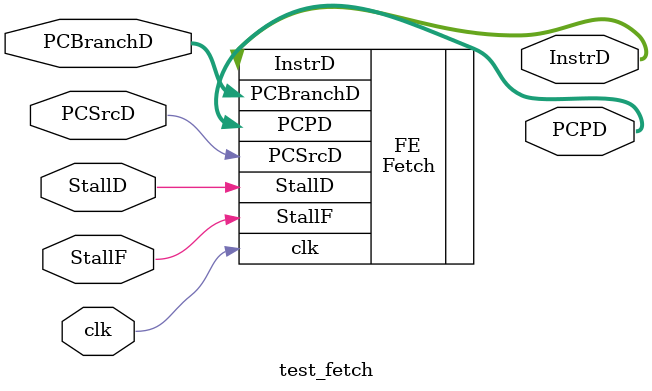
<source format=v>
`timescale 1ns / 1ps

module test_fetch(
    input clk,
    input StallF,
    input StallD,
    input PCSrcD,
    input [31:0] PCBranchD,
    output  [31:0] InstrD,
    output  [31:0] PCPD
);
    // Instantiate Fetch module
    Fetch FE(
        .clk(clk),
        .PCSrcD(PCSrcD),
        .StallF(StallF),
        .StallD(StallD),
        .PCBranchD(PCBranchD),
        .InstrD(InstrD),
        .PCPD(PCPD)
    );

endmodule
</source>
